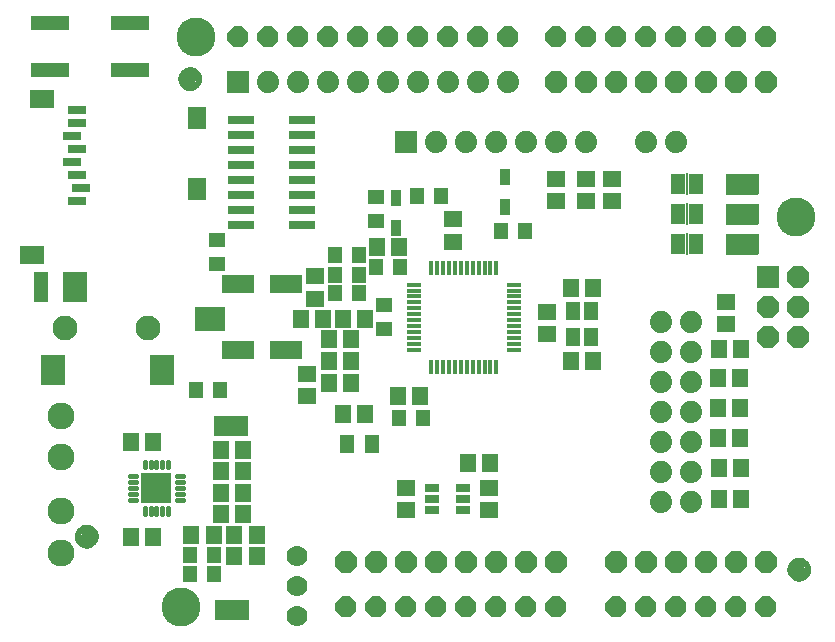
<source format=gbr>
G04 EAGLE Gerber RS-274X export*
G75*
%MOMM*%
%FSLAX34Y34*%
%LPD*%
%INSoldermask Top*%
%IPPOS*%
%AMOC8*
5,1,8,0,0,1.08239X$1,22.5*%
G01*
%ADD10C,3.301600*%
%ADD11R,1.200000X0.400000*%
%ADD12R,0.400000X1.200000*%
%ADD13R,1.301600X0.651600*%
%ADD14R,2.001600X1.501600*%
%ADD15R,1.501600X1.901600*%
%ADD16R,1.601600X0.801600*%
%ADD17R,1.301600X1.401600*%
%ADD18R,1.301600X1.501600*%
%ADD19R,1.401600X1.601600*%
%ADD20R,1.601600X1.401600*%
%ADD21R,1.401600X1.301600*%
%ADD22R,0.901600X1.451600*%
%ADD23R,2.701600X1.501600*%
%ADD24P,1.924489X8X22.500000*%
%ADD25P,2.034460X8X22.500000*%
%ADD26R,1.879600X1.879600*%
%ADD27P,2.034460X8X292.500000*%
%ADD28C,1.879600*%
%ADD29P,2.034460X8X112.500000*%
%ADD30R,2.551600X2.551600*%
%ADD31C,0.381600*%
%ADD32C,2.286000*%
%ADD33R,2.101600X2.601600*%
%ADD34R,2.601600X2.101600*%
%ADD35R,1.301600X2.601600*%
%ADD36C,2.101600*%
%ADD37C,1.778000*%
%ADD38R,1.270000X1.701800*%
%ADD39R,0.152400X1.828800*%
%ADD40R,0.736600X0.304800*%
%ADD41R,2.301600X0.701600*%
%ADD42C,1.101600*%
%ADD43C,0.500000*%
%ADD44R,3.301600X1.301600*%
%ADD45R,2.921000X1.651000*%
%ADD46R,1.301600X1.601600*%

G36*
X627498Y374666D02*
X627498Y374666D01*
X627617Y374673D01*
X627655Y374686D01*
X627696Y374691D01*
X627806Y374734D01*
X627919Y374771D01*
X627954Y374793D01*
X627991Y374808D01*
X628087Y374878D01*
X628188Y374941D01*
X628216Y374971D01*
X628249Y374994D01*
X628325Y375086D01*
X628406Y375173D01*
X628426Y375208D01*
X628451Y375239D01*
X628502Y375347D01*
X628560Y375451D01*
X628570Y375491D01*
X628587Y375527D01*
X628609Y375644D01*
X628639Y375759D01*
X628643Y375820D01*
X628647Y375840D01*
X628645Y375860D01*
X628649Y375920D01*
X628649Y391160D01*
X628634Y391278D01*
X628627Y391397D01*
X628614Y391435D01*
X628609Y391476D01*
X628566Y391586D01*
X628529Y391699D01*
X628507Y391734D01*
X628492Y391771D01*
X628423Y391867D01*
X628359Y391968D01*
X628329Y391996D01*
X628306Y392029D01*
X628214Y392105D01*
X628127Y392186D01*
X628092Y392206D01*
X628061Y392231D01*
X627953Y392282D01*
X627849Y392340D01*
X627809Y392350D01*
X627773Y392367D01*
X627656Y392389D01*
X627541Y392419D01*
X627481Y392423D01*
X627461Y392427D01*
X627440Y392425D01*
X627380Y392429D01*
X601980Y392429D01*
X601862Y392414D01*
X601743Y392407D01*
X601705Y392394D01*
X601664Y392389D01*
X601554Y392346D01*
X601441Y392309D01*
X601406Y392287D01*
X601369Y392272D01*
X601273Y392203D01*
X601172Y392139D01*
X601144Y392109D01*
X601111Y392086D01*
X601036Y391994D01*
X600954Y391907D01*
X600934Y391872D01*
X600909Y391841D01*
X600858Y391733D01*
X600800Y391629D01*
X600790Y391589D01*
X600773Y391553D01*
X600751Y391436D01*
X600721Y391321D01*
X600717Y391261D01*
X600713Y391241D01*
X600714Y391234D01*
X600713Y391232D01*
X600714Y391216D01*
X600711Y391160D01*
X600711Y375920D01*
X600726Y375802D01*
X600733Y375683D01*
X600746Y375645D01*
X600751Y375604D01*
X600794Y375494D01*
X600831Y375381D01*
X600853Y375346D01*
X600868Y375309D01*
X600938Y375213D01*
X601001Y375112D01*
X601031Y375084D01*
X601054Y375051D01*
X601146Y374976D01*
X601233Y374894D01*
X601268Y374874D01*
X601299Y374849D01*
X601407Y374798D01*
X601511Y374740D01*
X601551Y374730D01*
X601587Y374713D01*
X601704Y374691D01*
X601819Y374661D01*
X601880Y374657D01*
X601900Y374653D01*
X601920Y374655D01*
X601980Y374651D01*
X627380Y374651D01*
X627498Y374666D01*
G37*
G36*
X627498Y349266D02*
X627498Y349266D01*
X627617Y349273D01*
X627655Y349286D01*
X627696Y349291D01*
X627806Y349334D01*
X627919Y349371D01*
X627954Y349393D01*
X627991Y349408D01*
X628087Y349478D01*
X628188Y349541D01*
X628216Y349571D01*
X628249Y349594D01*
X628325Y349686D01*
X628406Y349773D01*
X628426Y349808D01*
X628451Y349839D01*
X628502Y349947D01*
X628560Y350051D01*
X628570Y350091D01*
X628587Y350127D01*
X628609Y350244D01*
X628639Y350359D01*
X628643Y350420D01*
X628647Y350440D01*
X628645Y350460D01*
X628649Y350520D01*
X628649Y365760D01*
X628634Y365878D01*
X628627Y365997D01*
X628614Y366035D01*
X628609Y366076D01*
X628566Y366186D01*
X628529Y366299D01*
X628507Y366334D01*
X628492Y366371D01*
X628423Y366467D01*
X628359Y366568D01*
X628329Y366596D01*
X628306Y366629D01*
X628214Y366705D01*
X628127Y366786D01*
X628092Y366806D01*
X628061Y366831D01*
X627953Y366882D01*
X627849Y366940D01*
X627809Y366950D01*
X627773Y366967D01*
X627656Y366989D01*
X627541Y367019D01*
X627481Y367023D01*
X627461Y367027D01*
X627440Y367025D01*
X627380Y367029D01*
X601980Y367029D01*
X601862Y367014D01*
X601743Y367007D01*
X601705Y366994D01*
X601664Y366989D01*
X601554Y366946D01*
X601441Y366909D01*
X601406Y366887D01*
X601369Y366872D01*
X601273Y366803D01*
X601172Y366739D01*
X601144Y366709D01*
X601111Y366686D01*
X601036Y366594D01*
X600954Y366507D01*
X600934Y366472D01*
X600909Y366441D01*
X600858Y366333D01*
X600800Y366229D01*
X600790Y366189D01*
X600773Y366153D01*
X600751Y366036D01*
X600721Y365921D01*
X600717Y365861D01*
X600713Y365841D01*
X600714Y365834D01*
X600713Y365832D01*
X600714Y365816D01*
X600711Y365760D01*
X600711Y350520D01*
X600726Y350402D01*
X600733Y350283D01*
X600746Y350245D01*
X600751Y350204D01*
X600794Y350094D01*
X600831Y349981D01*
X600853Y349946D01*
X600868Y349909D01*
X600938Y349813D01*
X601001Y349712D01*
X601031Y349684D01*
X601054Y349651D01*
X601146Y349576D01*
X601233Y349494D01*
X601268Y349474D01*
X601299Y349449D01*
X601407Y349398D01*
X601511Y349340D01*
X601551Y349330D01*
X601587Y349313D01*
X601704Y349291D01*
X601819Y349261D01*
X601880Y349257D01*
X601900Y349253D01*
X601920Y349255D01*
X601980Y349251D01*
X627380Y349251D01*
X627498Y349266D01*
G37*
G36*
X627498Y323866D02*
X627498Y323866D01*
X627617Y323873D01*
X627655Y323886D01*
X627696Y323891D01*
X627806Y323934D01*
X627919Y323971D01*
X627954Y323993D01*
X627991Y324008D01*
X628087Y324078D01*
X628188Y324141D01*
X628216Y324171D01*
X628249Y324194D01*
X628325Y324286D01*
X628406Y324373D01*
X628426Y324408D01*
X628451Y324439D01*
X628502Y324547D01*
X628560Y324651D01*
X628570Y324691D01*
X628587Y324727D01*
X628609Y324844D01*
X628639Y324959D01*
X628643Y325020D01*
X628647Y325040D01*
X628645Y325060D01*
X628649Y325120D01*
X628649Y340360D01*
X628634Y340478D01*
X628627Y340597D01*
X628614Y340635D01*
X628609Y340676D01*
X628566Y340786D01*
X628529Y340899D01*
X628507Y340934D01*
X628492Y340971D01*
X628423Y341067D01*
X628359Y341168D01*
X628329Y341196D01*
X628306Y341229D01*
X628214Y341305D01*
X628127Y341386D01*
X628092Y341406D01*
X628061Y341431D01*
X627953Y341482D01*
X627849Y341540D01*
X627809Y341550D01*
X627773Y341567D01*
X627656Y341589D01*
X627541Y341619D01*
X627481Y341623D01*
X627461Y341627D01*
X627440Y341625D01*
X627380Y341629D01*
X601980Y341629D01*
X601862Y341614D01*
X601743Y341607D01*
X601705Y341594D01*
X601664Y341589D01*
X601554Y341546D01*
X601441Y341509D01*
X601406Y341487D01*
X601369Y341472D01*
X601273Y341403D01*
X601172Y341339D01*
X601144Y341309D01*
X601111Y341286D01*
X601036Y341194D01*
X600954Y341107D01*
X600934Y341072D01*
X600909Y341041D01*
X600858Y340933D01*
X600800Y340829D01*
X600790Y340789D01*
X600773Y340753D01*
X600751Y340636D01*
X600721Y340521D01*
X600717Y340461D01*
X600713Y340441D01*
X600714Y340434D01*
X600713Y340432D01*
X600714Y340416D01*
X600711Y340360D01*
X600711Y325120D01*
X600726Y325002D01*
X600733Y324883D01*
X600746Y324845D01*
X600751Y324804D01*
X600794Y324694D01*
X600831Y324581D01*
X600853Y324546D01*
X600868Y324509D01*
X600938Y324413D01*
X601001Y324312D01*
X601031Y324284D01*
X601054Y324251D01*
X601146Y324176D01*
X601233Y324094D01*
X601268Y324074D01*
X601299Y324049D01*
X601407Y323998D01*
X601511Y323940D01*
X601551Y323930D01*
X601587Y323913D01*
X601704Y323891D01*
X601819Y323861D01*
X601880Y323857D01*
X601900Y323853D01*
X601920Y323855D01*
X601980Y323851D01*
X627380Y323851D01*
X627498Y323866D01*
G37*
D10*
X152400Y508000D03*
X139700Y25400D03*
X660400Y355600D03*
D11*
X337000Y243500D03*
X337000Y248500D03*
X337000Y253500D03*
X337000Y258500D03*
X337000Y263500D03*
X337000Y268500D03*
X337000Y273500D03*
X337000Y278500D03*
X337000Y283500D03*
X337000Y288500D03*
X337000Y293500D03*
X337000Y298500D03*
X421000Y243500D03*
X421000Y248500D03*
X421000Y253500D03*
X421000Y258500D03*
X421000Y263500D03*
X421000Y268500D03*
X421000Y273500D03*
X421000Y278500D03*
X421000Y283500D03*
X421000Y288500D03*
X421000Y293500D03*
X421000Y298500D03*
D12*
X406500Y229000D03*
X401500Y229000D03*
X396500Y229000D03*
X391500Y229000D03*
X386500Y229000D03*
X381500Y229000D03*
X376500Y229000D03*
X371500Y229000D03*
X366500Y229000D03*
X361500Y229000D03*
X356500Y229000D03*
X351500Y229000D03*
X406500Y313000D03*
X401500Y313000D03*
X396500Y313000D03*
X391500Y313000D03*
X386500Y313000D03*
X381500Y313000D03*
X376500Y313000D03*
X371500Y313000D03*
X366500Y313000D03*
X361500Y313000D03*
X356500Y313000D03*
X351500Y313000D03*
D13*
X352000Y126500D03*
X352000Y117000D03*
X352000Y107500D03*
X378000Y107500D03*
X378000Y117000D03*
X378000Y126500D03*
D14*
X22080Y455660D03*
X13080Y323660D03*
D15*
X153080Y439660D03*
X153080Y379660D03*
D16*
X51080Y446660D03*
X51080Y435660D03*
X47080Y424660D03*
X51080Y413660D03*
X47080Y402660D03*
X51080Y391660D03*
X55080Y380660D03*
X51080Y369660D03*
D17*
X324270Y185730D03*
X344590Y185730D03*
X324970Y313730D03*
X304650Y313730D03*
D18*
X471000Y254000D03*
X471000Y276000D03*
X487000Y254000D03*
X487000Y276000D03*
D19*
X469500Y296000D03*
X488500Y296000D03*
X488500Y234000D03*
X469500Y234000D03*
D20*
X449000Y256500D03*
X449000Y275500D03*
D19*
X382500Y147380D03*
X401500Y147380D03*
D20*
X330000Y126500D03*
X330000Y107500D03*
D21*
X311270Y260840D03*
X311270Y281160D03*
X169800Y336480D03*
X169800Y316160D03*
D20*
X400000Y107500D03*
X400000Y126500D03*
D19*
X283500Y233840D03*
X264500Y233840D03*
D17*
X290510Y306890D03*
X270190Y306890D03*
D19*
X264500Y215570D03*
X283500Y215570D03*
D17*
X270190Y323890D03*
X290510Y323890D03*
D21*
X304930Y372530D03*
X304930Y352210D03*
D17*
X270190Y291160D03*
X290510Y291160D03*
D19*
X264500Y252110D03*
X283500Y252110D03*
D22*
X413890Y389970D03*
X413890Y364570D03*
D17*
X410290Y344080D03*
X430610Y344080D03*
D23*
X187610Y299000D03*
X228610Y299000D03*
X187610Y243000D03*
X228610Y243000D03*
D24*
X533400Y508000D03*
X508000Y25400D03*
X558800Y508000D03*
X584200Y508000D03*
X609600Y508000D03*
X635000Y508000D03*
X508000Y508000D03*
X482600Y508000D03*
X457200Y508000D03*
X416560Y508000D03*
X391160Y508000D03*
X365760Y508000D03*
X340360Y508000D03*
X314960Y508000D03*
X289560Y508000D03*
X264160Y508000D03*
X238760Y508000D03*
X533400Y25400D03*
X558800Y25400D03*
X584200Y25400D03*
X609600Y25400D03*
X635000Y25400D03*
X457200Y25400D03*
X431800Y25400D03*
X406400Y25400D03*
X381000Y25400D03*
X355600Y25400D03*
X330200Y25400D03*
X213360Y508000D03*
X187960Y508000D03*
X304800Y25400D03*
X279400Y25400D03*
D25*
X661670Y279400D03*
X636270Y279400D03*
D26*
X636270Y304800D03*
D25*
X661670Y304800D03*
X661670Y254000D03*
X636270Y254000D03*
D27*
X457200Y63500D03*
X431800Y63500D03*
X406400Y63500D03*
X381000Y63500D03*
X355600Y63500D03*
X330200Y63500D03*
X304800Y63500D03*
X279400Y63500D03*
D26*
X187960Y469900D03*
D28*
X213360Y469900D03*
X238760Y469900D03*
X264160Y469900D03*
X289560Y469900D03*
X314960Y469900D03*
X340360Y469900D03*
X365760Y469900D03*
X391160Y469900D03*
X416560Y469900D03*
D29*
X457200Y469900D03*
X482600Y469900D03*
X508000Y469900D03*
X533400Y469900D03*
X558800Y469900D03*
X584200Y469900D03*
X609600Y469900D03*
X635000Y469900D03*
D27*
X635000Y63500D03*
X609600Y63500D03*
X584200Y63500D03*
X558800Y63500D03*
X533400Y63500D03*
X508000Y63500D03*
D28*
X571500Y114300D03*
X546100Y114300D03*
X571500Y139700D03*
X546100Y139700D03*
X571500Y165100D03*
X546100Y165100D03*
X571500Y190500D03*
X546100Y190500D03*
X571500Y215900D03*
X546100Y215900D03*
X571500Y241300D03*
X546100Y241300D03*
X571500Y266700D03*
X546100Y266700D03*
D30*
X118710Y126410D03*
D31*
X136110Y136410D02*
X140810Y136410D01*
X128710Y143810D02*
X128710Y148510D01*
X123710Y148510D02*
X123710Y143810D01*
X118710Y143810D02*
X118710Y148510D01*
X113710Y148510D02*
X113710Y143810D01*
X108710Y143810D02*
X108710Y148510D01*
X101310Y136410D02*
X96610Y136410D01*
X96610Y131410D02*
X101310Y131410D01*
X101310Y126410D02*
X96610Y126410D01*
X96610Y121410D02*
X101310Y121410D01*
X101310Y116410D02*
X96610Y116410D01*
X108710Y109010D02*
X108710Y104310D01*
X136110Y116410D02*
X140810Y116410D01*
X140810Y121410D02*
X136110Y121410D01*
X136110Y126410D02*
X140810Y126410D01*
X140810Y131410D02*
X136110Y131410D01*
X113710Y109010D02*
X113710Y104310D01*
X118710Y104310D02*
X118710Y109010D01*
X123710Y109010D02*
X123710Y104310D01*
X128710Y104310D02*
X128710Y109010D01*
D17*
X167780Y53880D03*
X147460Y53880D03*
X147460Y69780D03*
X167780Y69780D03*
D19*
X115750Y165680D03*
X96750Y165680D03*
D17*
X151970Y209650D03*
X172290Y209650D03*
D19*
X148120Y86410D03*
X167120Y86410D03*
X203670Y86650D03*
X184670Y86650D03*
X184670Y69090D03*
X203670Y69090D03*
D32*
X38000Y152220D03*
X38000Y187220D03*
X38000Y71680D03*
X38000Y106680D03*
D19*
X192100Y140490D03*
X173100Y140490D03*
X192100Y158760D03*
X173100Y158760D03*
X192100Y104220D03*
X173100Y104220D03*
X192100Y122490D03*
X173100Y122490D03*
D33*
X31350Y226620D03*
X123350Y226620D03*
D34*
X164350Y269120D03*
D33*
X49350Y296620D03*
D35*
X21350Y296620D03*
D36*
X41350Y261620D03*
X111350Y261620D03*
D37*
X238000Y18000D03*
X238000Y43400D03*
X238000Y68800D03*
D38*
X575310Y383540D03*
X560070Y383540D03*
D39*
X567690Y383540D03*
D38*
X575310Y358140D03*
X560070Y358140D03*
D39*
X567690Y358140D03*
D38*
X575310Y332740D03*
X560070Y332740D03*
D39*
X567690Y332740D03*
D38*
X622300Y383540D03*
X607060Y383540D03*
D40*
X614680Y383540D03*
D38*
X622300Y358140D03*
X607060Y358140D03*
D40*
X614680Y358140D03*
D38*
X622300Y332740D03*
X607060Y332740D03*
D40*
X614680Y332740D03*
D19*
X116180Y85090D03*
X97180Y85090D03*
D20*
X369570Y334670D03*
X369570Y353670D03*
D19*
X595020Y116840D03*
X614020Y116840D03*
X595020Y143510D03*
X614020Y143510D03*
X593750Y168910D03*
X612750Y168910D03*
X593750Y194310D03*
X612750Y194310D03*
X593750Y219710D03*
X612750Y219710D03*
X595020Y243840D03*
X614020Y243840D03*
D20*
X600710Y283820D03*
X600710Y264820D03*
X482600Y368960D03*
X482600Y387960D03*
X504190Y368960D03*
X504190Y387960D03*
X457200Y387960D03*
X457200Y368960D03*
D17*
X339090Y373380D03*
X359410Y373380D03*
D41*
X241900Y361950D03*
X189900Y387350D03*
X241900Y349250D03*
X241900Y374650D03*
X241900Y387350D03*
X189900Y374650D03*
X189900Y400050D03*
X189900Y412750D03*
X241900Y412750D03*
X189900Y438150D03*
X241900Y400050D03*
X241900Y425450D03*
X189900Y425450D03*
X241900Y438150D03*
X189900Y361950D03*
X189900Y349250D03*
D22*
X321310Y346710D03*
X321310Y372110D03*
D28*
X533400Y419100D03*
X558800Y419100D03*
D42*
X59690Y85090D03*
D43*
X59690Y92590D02*
X59509Y92588D01*
X59328Y92581D01*
X59147Y92570D01*
X58966Y92555D01*
X58786Y92535D01*
X58606Y92511D01*
X58427Y92483D01*
X58249Y92450D01*
X58072Y92413D01*
X57895Y92372D01*
X57720Y92327D01*
X57545Y92277D01*
X57372Y92223D01*
X57201Y92165D01*
X57030Y92103D01*
X56862Y92036D01*
X56695Y91966D01*
X56529Y91892D01*
X56366Y91813D01*
X56205Y91731D01*
X56045Y91645D01*
X55888Y91555D01*
X55733Y91461D01*
X55580Y91364D01*
X55430Y91262D01*
X55282Y91158D01*
X55136Y91049D01*
X54994Y90938D01*
X54854Y90822D01*
X54717Y90704D01*
X54582Y90582D01*
X54451Y90457D01*
X54323Y90329D01*
X54198Y90198D01*
X54076Y90063D01*
X53958Y89926D01*
X53842Y89786D01*
X53731Y89644D01*
X53622Y89498D01*
X53518Y89350D01*
X53416Y89200D01*
X53319Y89047D01*
X53225Y88892D01*
X53135Y88735D01*
X53049Y88575D01*
X52967Y88414D01*
X52888Y88251D01*
X52814Y88085D01*
X52744Y87918D01*
X52677Y87750D01*
X52615Y87579D01*
X52557Y87408D01*
X52503Y87235D01*
X52453Y87060D01*
X52408Y86885D01*
X52367Y86708D01*
X52330Y86531D01*
X52297Y86353D01*
X52269Y86174D01*
X52245Y85994D01*
X52225Y85814D01*
X52210Y85633D01*
X52199Y85452D01*
X52192Y85271D01*
X52190Y85090D01*
X59690Y92590D02*
X59871Y92588D01*
X60052Y92581D01*
X60233Y92570D01*
X60414Y92555D01*
X60594Y92535D01*
X60774Y92511D01*
X60953Y92483D01*
X61131Y92450D01*
X61308Y92413D01*
X61485Y92372D01*
X61660Y92327D01*
X61835Y92277D01*
X62008Y92223D01*
X62179Y92165D01*
X62350Y92103D01*
X62518Y92036D01*
X62685Y91966D01*
X62851Y91892D01*
X63014Y91813D01*
X63175Y91731D01*
X63335Y91645D01*
X63492Y91555D01*
X63647Y91461D01*
X63800Y91364D01*
X63950Y91262D01*
X64098Y91158D01*
X64244Y91049D01*
X64386Y90938D01*
X64526Y90822D01*
X64663Y90704D01*
X64798Y90582D01*
X64929Y90457D01*
X65057Y90329D01*
X65182Y90198D01*
X65304Y90063D01*
X65422Y89926D01*
X65538Y89786D01*
X65649Y89644D01*
X65758Y89498D01*
X65862Y89350D01*
X65964Y89200D01*
X66061Y89047D01*
X66155Y88892D01*
X66245Y88735D01*
X66331Y88575D01*
X66413Y88414D01*
X66492Y88251D01*
X66566Y88085D01*
X66636Y87918D01*
X66703Y87750D01*
X66765Y87579D01*
X66823Y87408D01*
X66877Y87235D01*
X66927Y87060D01*
X66972Y86885D01*
X67013Y86708D01*
X67050Y86531D01*
X67083Y86353D01*
X67111Y86174D01*
X67135Y85994D01*
X67155Y85814D01*
X67170Y85633D01*
X67181Y85452D01*
X67188Y85271D01*
X67190Y85090D01*
X67188Y84909D01*
X67181Y84728D01*
X67170Y84547D01*
X67155Y84366D01*
X67135Y84186D01*
X67111Y84006D01*
X67083Y83827D01*
X67050Y83649D01*
X67013Y83472D01*
X66972Y83295D01*
X66927Y83120D01*
X66877Y82945D01*
X66823Y82772D01*
X66765Y82601D01*
X66703Y82430D01*
X66636Y82262D01*
X66566Y82095D01*
X66492Y81929D01*
X66413Y81766D01*
X66331Y81605D01*
X66245Y81445D01*
X66155Y81288D01*
X66061Y81133D01*
X65964Y80980D01*
X65862Y80830D01*
X65758Y80682D01*
X65649Y80536D01*
X65538Y80394D01*
X65422Y80254D01*
X65304Y80117D01*
X65182Y79982D01*
X65057Y79851D01*
X64929Y79723D01*
X64798Y79598D01*
X64663Y79476D01*
X64526Y79358D01*
X64386Y79242D01*
X64244Y79131D01*
X64098Y79022D01*
X63950Y78918D01*
X63800Y78816D01*
X63647Y78719D01*
X63492Y78625D01*
X63335Y78535D01*
X63175Y78449D01*
X63014Y78367D01*
X62851Y78288D01*
X62685Y78214D01*
X62518Y78144D01*
X62350Y78077D01*
X62179Y78015D01*
X62008Y77957D01*
X61835Y77903D01*
X61660Y77853D01*
X61485Y77808D01*
X61308Y77767D01*
X61131Y77730D01*
X60953Y77697D01*
X60774Y77669D01*
X60594Y77645D01*
X60414Y77625D01*
X60233Y77610D01*
X60052Y77599D01*
X59871Y77592D01*
X59690Y77590D01*
X59509Y77592D01*
X59328Y77599D01*
X59147Y77610D01*
X58966Y77625D01*
X58786Y77645D01*
X58606Y77669D01*
X58427Y77697D01*
X58249Y77730D01*
X58072Y77767D01*
X57895Y77808D01*
X57720Y77853D01*
X57545Y77903D01*
X57372Y77957D01*
X57201Y78015D01*
X57030Y78077D01*
X56862Y78144D01*
X56695Y78214D01*
X56529Y78288D01*
X56366Y78367D01*
X56205Y78449D01*
X56045Y78535D01*
X55888Y78625D01*
X55733Y78719D01*
X55580Y78816D01*
X55430Y78918D01*
X55282Y79022D01*
X55136Y79131D01*
X54994Y79242D01*
X54854Y79358D01*
X54717Y79476D01*
X54582Y79598D01*
X54451Y79723D01*
X54323Y79851D01*
X54198Y79982D01*
X54076Y80117D01*
X53958Y80254D01*
X53842Y80394D01*
X53731Y80536D01*
X53622Y80682D01*
X53518Y80830D01*
X53416Y80980D01*
X53319Y81133D01*
X53225Y81288D01*
X53135Y81445D01*
X53049Y81605D01*
X52967Y81766D01*
X52888Y81929D01*
X52814Y82095D01*
X52744Y82262D01*
X52677Y82430D01*
X52615Y82601D01*
X52557Y82772D01*
X52503Y82945D01*
X52453Y83120D01*
X52408Y83295D01*
X52367Y83472D01*
X52330Y83649D01*
X52297Y83827D01*
X52269Y84006D01*
X52245Y84186D01*
X52225Y84366D01*
X52210Y84547D01*
X52199Y84728D01*
X52192Y84909D01*
X52190Y85090D01*
D42*
X662940Y57150D03*
D43*
X662940Y64650D02*
X662759Y64648D01*
X662578Y64641D01*
X662397Y64630D01*
X662216Y64615D01*
X662036Y64595D01*
X661856Y64571D01*
X661677Y64543D01*
X661499Y64510D01*
X661322Y64473D01*
X661145Y64432D01*
X660970Y64387D01*
X660795Y64337D01*
X660622Y64283D01*
X660451Y64225D01*
X660280Y64163D01*
X660112Y64096D01*
X659945Y64026D01*
X659779Y63952D01*
X659616Y63873D01*
X659455Y63791D01*
X659295Y63705D01*
X659138Y63615D01*
X658983Y63521D01*
X658830Y63424D01*
X658680Y63322D01*
X658532Y63218D01*
X658386Y63109D01*
X658244Y62998D01*
X658104Y62882D01*
X657967Y62764D01*
X657832Y62642D01*
X657701Y62517D01*
X657573Y62389D01*
X657448Y62258D01*
X657326Y62123D01*
X657208Y61986D01*
X657092Y61846D01*
X656981Y61704D01*
X656872Y61558D01*
X656768Y61410D01*
X656666Y61260D01*
X656569Y61107D01*
X656475Y60952D01*
X656385Y60795D01*
X656299Y60635D01*
X656217Y60474D01*
X656138Y60311D01*
X656064Y60145D01*
X655994Y59978D01*
X655927Y59810D01*
X655865Y59639D01*
X655807Y59468D01*
X655753Y59295D01*
X655703Y59120D01*
X655658Y58945D01*
X655617Y58768D01*
X655580Y58591D01*
X655547Y58413D01*
X655519Y58234D01*
X655495Y58054D01*
X655475Y57874D01*
X655460Y57693D01*
X655449Y57512D01*
X655442Y57331D01*
X655440Y57150D01*
X662940Y64650D02*
X663121Y64648D01*
X663302Y64641D01*
X663483Y64630D01*
X663664Y64615D01*
X663844Y64595D01*
X664024Y64571D01*
X664203Y64543D01*
X664381Y64510D01*
X664558Y64473D01*
X664735Y64432D01*
X664910Y64387D01*
X665085Y64337D01*
X665258Y64283D01*
X665429Y64225D01*
X665600Y64163D01*
X665768Y64096D01*
X665935Y64026D01*
X666101Y63952D01*
X666264Y63873D01*
X666425Y63791D01*
X666585Y63705D01*
X666742Y63615D01*
X666897Y63521D01*
X667050Y63424D01*
X667200Y63322D01*
X667348Y63218D01*
X667494Y63109D01*
X667636Y62998D01*
X667776Y62882D01*
X667913Y62764D01*
X668048Y62642D01*
X668179Y62517D01*
X668307Y62389D01*
X668432Y62258D01*
X668554Y62123D01*
X668672Y61986D01*
X668788Y61846D01*
X668899Y61704D01*
X669008Y61558D01*
X669112Y61410D01*
X669214Y61260D01*
X669311Y61107D01*
X669405Y60952D01*
X669495Y60795D01*
X669581Y60635D01*
X669663Y60474D01*
X669742Y60311D01*
X669816Y60145D01*
X669886Y59978D01*
X669953Y59810D01*
X670015Y59639D01*
X670073Y59468D01*
X670127Y59295D01*
X670177Y59120D01*
X670222Y58945D01*
X670263Y58768D01*
X670300Y58591D01*
X670333Y58413D01*
X670361Y58234D01*
X670385Y58054D01*
X670405Y57874D01*
X670420Y57693D01*
X670431Y57512D01*
X670438Y57331D01*
X670440Y57150D01*
X670438Y56969D01*
X670431Y56788D01*
X670420Y56607D01*
X670405Y56426D01*
X670385Y56246D01*
X670361Y56066D01*
X670333Y55887D01*
X670300Y55709D01*
X670263Y55532D01*
X670222Y55355D01*
X670177Y55180D01*
X670127Y55005D01*
X670073Y54832D01*
X670015Y54661D01*
X669953Y54490D01*
X669886Y54322D01*
X669816Y54155D01*
X669742Y53989D01*
X669663Y53826D01*
X669581Y53665D01*
X669495Y53505D01*
X669405Y53348D01*
X669311Y53193D01*
X669214Y53040D01*
X669112Y52890D01*
X669008Y52742D01*
X668899Y52596D01*
X668788Y52454D01*
X668672Y52314D01*
X668554Y52177D01*
X668432Y52042D01*
X668307Y51911D01*
X668179Y51783D01*
X668048Y51658D01*
X667913Y51536D01*
X667776Y51418D01*
X667636Y51302D01*
X667494Y51191D01*
X667348Y51082D01*
X667200Y50978D01*
X667050Y50876D01*
X666897Y50779D01*
X666742Y50685D01*
X666585Y50595D01*
X666425Y50509D01*
X666264Y50427D01*
X666101Y50348D01*
X665935Y50274D01*
X665768Y50204D01*
X665600Y50137D01*
X665429Y50075D01*
X665258Y50017D01*
X665085Y49963D01*
X664910Y49913D01*
X664735Y49868D01*
X664558Y49827D01*
X664381Y49790D01*
X664203Y49757D01*
X664024Y49729D01*
X663844Y49705D01*
X663664Y49685D01*
X663483Y49670D01*
X663302Y49659D01*
X663121Y49652D01*
X662940Y49650D01*
X662759Y49652D01*
X662578Y49659D01*
X662397Y49670D01*
X662216Y49685D01*
X662036Y49705D01*
X661856Y49729D01*
X661677Y49757D01*
X661499Y49790D01*
X661322Y49827D01*
X661145Y49868D01*
X660970Y49913D01*
X660795Y49963D01*
X660622Y50017D01*
X660451Y50075D01*
X660280Y50137D01*
X660112Y50204D01*
X659945Y50274D01*
X659779Y50348D01*
X659616Y50427D01*
X659455Y50509D01*
X659295Y50595D01*
X659138Y50685D01*
X658983Y50779D01*
X658830Y50876D01*
X658680Y50978D01*
X658532Y51082D01*
X658386Y51191D01*
X658244Y51302D01*
X658104Y51418D01*
X657967Y51536D01*
X657832Y51658D01*
X657701Y51783D01*
X657573Y51911D01*
X657448Y52042D01*
X657326Y52177D01*
X657208Y52314D01*
X657092Y52454D01*
X656981Y52596D01*
X656872Y52742D01*
X656768Y52890D01*
X656666Y53040D01*
X656569Y53193D01*
X656475Y53348D01*
X656385Y53505D01*
X656299Y53665D01*
X656217Y53826D01*
X656138Y53989D01*
X656064Y54155D01*
X655994Y54322D01*
X655927Y54490D01*
X655865Y54661D01*
X655807Y54832D01*
X655753Y55005D01*
X655703Y55180D01*
X655658Y55355D01*
X655617Y55532D01*
X655580Y55709D01*
X655547Y55887D01*
X655519Y56066D01*
X655495Y56246D01*
X655475Y56426D01*
X655460Y56607D01*
X655449Y56788D01*
X655442Y56969D01*
X655440Y57150D01*
D42*
X147320Y472440D03*
D43*
X147320Y479940D02*
X147139Y479938D01*
X146958Y479931D01*
X146777Y479920D01*
X146596Y479905D01*
X146416Y479885D01*
X146236Y479861D01*
X146057Y479833D01*
X145879Y479800D01*
X145702Y479763D01*
X145525Y479722D01*
X145350Y479677D01*
X145175Y479627D01*
X145002Y479573D01*
X144831Y479515D01*
X144660Y479453D01*
X144492Y479386D01*
X144325Y479316D01*
X144159Y479242D01*
X143996Y479163D01*
X143835Y479081D01*
X143675Y478995D01*
X143518Y478905D01*
X143363Y478811D01*
X143210Y478714D01*
X143060Y478612D01*
X142912Y478508D01*
X142766Y478399D01*
X142624Y478288D01*
X142484Y478172D01*
X142347Y478054D01*
X142212Y477932D01*
X142081Y477807D01*
X141953Y477679D01*
X141828Y477548D01*
X141706Y477413D01*
X141588Y477276D01*
X141472Y477136D01*
X141361Y476994D01*
X141252Y476848D01*
X141148Y476700D01*
X141046Y476550D01*
X140949Y476397D01*
X140855Y476242D01*
X140765Y476085D01*
X140679Y475925D01*
X140597Y475764D01*
X140518Y475601D01*
X140444Y475435D01*
X140374Y475268D01*
X140307Y475100D01*
X140245Y474929D01*
X140187Y474758D01*
X140133Y474585D01*
X140083Y474410D01*
X140038Y474235D01*
X139997Y474058D01*
X139960Y473881D01*
X139927Y473703D01*
X139899Y473524D01*
X139875Y473344D01*
X139855Y473164D01*
X139840Y472983D01*
X139829Y472802D01*
X139822Y472621D01*
X139820Y472440D01*
X147320Y479940D02*
X147501Y479938D01*
X147682Y479931D01*
X147863Y479920D01*
X148044Y479905D01*
X148224Y479885D01*
X148404Y479861D01*
X148583Y479833D01*
X148761Y479800D01*
X148938Y479763D01*
X149115Y479722D01*
X149290Y479677D01*
X149465Y479627D01*
X149638Y479573D01*
X149809Y479515D01*
X149980Y479453D01*
X150148Y479386D01*
X150315Y479316D01*
X150481Y479242D01*
X150644Y479163D01*
X150805Y479081D01*
X150965Y478995D01*
X151122Y478905D01*
X151277Y478811D01*
X151430Y478714D01*
X151580Y478612D01*
X151728Y478508D01*
X151874Y478399D01*
X152016Y478288D01*
X152156Y478172D01*
X152293Y478054D01*
X152428Y477932D01*
X152559Y477807D01*
X152687Y477679D01*
X152812Y477548D01*
X152934Y477413D01*
X153052Y477276D01*
X153168Y477136D01*
X153279Y476994D01*
X153388Y476848D01*
X153492Y476700D01*
X153594Y476550D01*
X153691Y476397D01*
X153785Y476242D01*
X153875Y476085D01*
X153961Y475925D01*
X154043Y475764D01*
X154122Y475601D01*
X154196Y475435D01*
X154266Y475268D01*
X154333Y475100D01*
X154395Y474929D01*
X154453Y474758D01*
X154507Y474585D01*
X154557Y474410D01*
X154602Y474235D01*
X154643Y474058D01*
X154680Y473881D01*
X154713Y473703D01*
X154741Y473524D01*
X154765Y473344D01*
X154785Y473164D01*
X154800Y472983D01*
X154811Y472802D01*
X154818Y472621D01*
X154820Y472440D01*
X154818Y472259D01*
X154811Y472078D01*
X154800Y471897D01*
X154785Y471716D01*
X154765Y471536D01*
X154741Y471356D01*
X154713Y471177D01*
X154680Y470999D01*
X154643Y470822D01*
X154602Y470645D01*
X154557Y470470D01*
X154507Y470295D01*
X154453Y470122D01*
X154395Y469951D01*
X154333Y469780D01*
X154266Y469612D01*
X154196Y469445D01*
X154122Y469279D01*
X154043Y469116D01*
X153961Y468955D01*
X153875Y468795D01*
X153785Y468638D01*
X153691Y468483D01*
X153594Y468330D01*
X153492Y468180D01*
X153388Y468032D01*
X153279Y467886D01*
X153168Y467744D01*
X153052Y467604D01*
X152934Y467467D01*
X152812Y467332D01*
X152687Y467201D01*
X152559Y467073D01*
X152428Y466948D01*
X152293Y466826D01*
X152156Y466708D01*
X152016Y466592D01*
X151874Y466481D01*
X151728Y466372D01*
X151580Y466268D01*
X151430Y466166D01*
X151277Y466069D01*
X151122Y465975D01*
X150965Y465885D01*
X150805Y465799D01*
X150644Y465717D01*
X150481Y465638D01*
X150315Y465564D01*
X150148Y465494D01*
X149980Y465427D01*
X149809Y465365D01*
X149638Y465307D01*
X149465Y465253D01*
X149290Y465203D01*
X149115Y465158D01*
X148938Y465117D01*
X148761Y465080D01*
X148583Y465047D01*
X148404Y465019D01*
X148224Y464995D01*
X148044Y464975D01*
X147863Y464960D01*
X147682Y464949D01*
X147501Y464942D01*
X147320Y464940D01*
X147139Y464942D01*
X146958Y464949D01*
X146777Y464960D01*
X146596Y464975D01*
X146416Y464995D01*
X146236Y465019D01*
X146057Y465047D01*
X145879Y465080D01*
X145702Y465117D01*
X145525Y465158D01*
X145350Y465203D01*
X145175Y465253D01*
X145002Y465307D01*
X144831Y465365D01*
X144660Y465427D01*
X144492Y465494D01*
X144325Y465564D01*
X144159Y465638D01*
X143996Y465717D01*
X143835Y465799D01*
X143675Y465885D01*
X143518Y465975D01*
X143363Y466069D01*
X143210Y466166D01*
X143060Y466268D01*
X142912Y466372D01*
X142766Y466481D01*
X142624Y466592D01*
X142484Y466708D01*
X142347Y466826D01*
X142212Y466948D01*
X142081Y467073D01*
X141953Y467201D01*
X141828Y467332D01*
X141706Y467467D01*
X141588Y467604D01*
X141472Y467744D01*
X141361Y467886D01*
X141252Y468032D01*
X141148Y468180D01*
X141046Y468330D01*
X140949Y468483D01*
X140855Y468638D01*
X140765Y468795D01*
X140679Y468955D01*
X140597Y469116D01*
X140518Y469279D01*
X140444Y469445D01*
X140374Y469612D01*
X140307Y469780D01*
X140245Y469951D01*
X140187Y470122D01*
X140133Y470295D01*
X140083Y470470D01*
X140038Y470645D01*
X139997Y470822D01*
X139960Y470999D01*
X139927Y471177D01*
X139899Y471356D01*
X139875Y471536D01*
X139855Y471716D01*
X139840Y471897D01*
X139829Y472078D01*
X139822Y472259D01*
X139820Y472440D01*
D44*
X28230Y520380D03*
X96230Y520380D03*
X96230Y480380D03*
X28230Y480380D03*
D45*
X182880Y22860D03*
X181610Y179070D03*
D26*
X330200Y419100D03*
D28*
X355600Y419100D03*
X381000Y419100D03*
X406400Y419100D03*
X431800Y419100D03*
X457200Y419100D03*
X482600Y419100D03*
D19*
X324460Y330200D03*
X305460Y330200D03*
X295250Y269240D03*
X276250Y269240D03*
X259690Y269240D03*
X240690Y269240D03*
X323240Y204470D03*
X342240Y204470D03*
D46*
X301330Y163830D03*
X280330Y163830D03*
D19*
X295250Y189230D03*
X276250Y189230D03*
D20*
X246380Y222860D03*
X246380Y203860D03*
X252730Y305410D03*
X252730Y286410D03*
M02*

</source>
